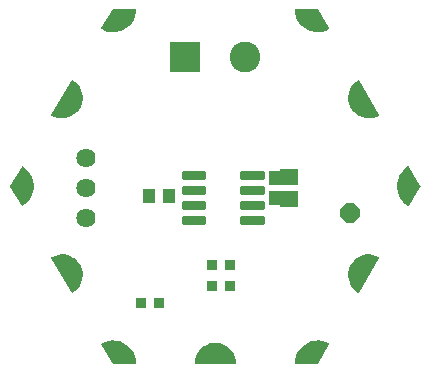
<source format=gbr>
G04 EAGLE Gerber RS-274X export*
G75*
%MOMM*%
%FSLAX34Y34*%
%LPD*%
%INSoldermask Top*%
%IPPOS*%
%AMOC8*
5,1,8,0,0,1.08239X$1,22.5*%
G01*
%ADD10C,1.101600*%
%ADD11R,1.601600X1.401600*%
%ADD12R,1.101600X1.201600*%
%ADD13R,2.601600X2.601600*%
%ADD14C,2.601600*%
%ADD15R,0.901600X0.901600*%
%ADD16P,1.759533X8X112.500000*%
%ADD17C,1.625600*%
%ADD18C,0.248975*%

G36*
X17029Y319D02*
X17029Y319D01*
X17058Y317D01*
X17125Y339D01*
X17195Y353D01*
X17219Y369D01*
X17247Y378D01*
X17300Y425D01*
X17359Y465D01*
X17375Y490D01*
X17397Y509D01*
X17428Y573D01*
X17466Y633D01*
X17471Y662D01*
X17483Y688D01*
X17492Y787D01*
X17499Y829D01*
X17496Y840D01*
X17498Y854D01*
X17266Y3652D01*
X17256Y3685D01*
X17252Y3733D01*
X16563Y6455D01*
X16548Y6486D01*
X16536Y6533D01*
X15408Y9104D01*
X15388Y9132D01*
X15369Y9177D01*
X13833Y11527D01*
X13809Y11552D01*
X13783Y11592D01*
X11881Y13658D01*
X11853Y13678D01*
X11820Y13714D01*
X9605Y15438D01*
X9574Y15454D01*
X9536Y15483D01*
X7066Y16820D01*
X7033Y16830D01*
X6991Y16853D01*
X5805Y17260D01*
X4351Y17759D01*
X4335Y17765D01*
X4301Y17769D01*
X4255Y17785D01*
X1486Y18247D01*
X1451Y18246D01*
X1404Y18254D01*
X-1404Y18254D01*
X-1438Y18247D01*
X-1486Y18247D01*
X-4255Y17785D01*
X-4288Y17772D01*
X-4335Y17765D01*
X-6991Y16853D01*
X-7021Y16835D01*
X-7066Y16820D01*
X-9536Y15483D01*
X-9562Y15461D01*
X-9605Y15438D01*
X-11820Y13714D01*
X-11843Y13687D01*
X-11881Y13658D01*
X-13783Y11592D01*
X-13801Y11563D01*
X-13833Y11527D01*
X-15369Y9177D01*
X-15382Y9144D01*
X-15408Y9104D01*
X-16536Y6533D01*
X-16543Y6499D01*
X-16546Y6493D01*
X-16552Y6484D01*
X-16553Y6478D01*
X-16563Y6455D01*
X-17252Y3733D01*
X-17254Y3698D01*
X-17266Y3652D01*
X-17498Y854D01*
X-17494Y825D01*
X-17499Y796D01*
X-17483Y727D01*
X-17474Y656D01*
X-17460Y631D01*
X-17453Y603D01*
X-17411Y545D01*
X-17376Y484D01*
X-17352Y466D01*
X-17335Y442D01*
X-17274Y406D01*
X-17217Y363D01*
X-17189Y356D01*
X-17164Y341D01*
X-17066Y324D01*
X-17025Y314D01*
X-17014Y316D01*
X-17000Y313D01*
X17000Y313D01*
X17029Y319D01*
G37*
G36*
X-121393Y60622D02*
X-121393Y60622D01*
X-121322Y60619D01*
X-121295Y60630D01*
X-121266Y60632D01*
X-121176Y60674D01*
X-121136Y60689D01*
X-121128Y60697D01*
X-121115Y60702D01*
X-118812Y62302D01*
X-118788Y62327D01*
X-118748Y62354D01*
X-116739Y64311D01*
X-116720Y64340D01*
X-116685Y64374D01*
X-115026Y66634D01*
X-115011Y66666D01*
X-114982Y66705D01*
X-113718Y69208D01*
X-113709Y69241D01*
X-113687Y69284D01*
X-112851Y71961D01*
X-112848Y71996D01*
X-112833Y72042D01*
X-112450Y74820D01*
X-112452Y74855D01*
X-112446Y74902D01*
X-112525Y77706D01*
X-112533Y77740D01*
X-112534Y77788D01*
X-113073Y80540D01*
X-113087Y80572D01*
X-113096Y80619D01*
X-114081Y83245D01*
X-114096Y83270D01*
X-114101Y83289D01*
X-114109Y83300D01*
X-114116Y83319D01*
X-115520Y85747D01*
X-115543Y85773D01*
X-115567Y85815D01*
X-117351Y87979D01*
X-117378Y88000D01*
X-117409Y88038D01*
X-119525Y89878D01*
X-119555Y89895D01*
X-119591Y89927D01*
X-121982Y91394D01*
X-122014Y91406D01*
X-122055Y91431D01*
X-124654Y92485D01*
X-124688Y92491D01*
X-124733Y92509D01*
X-127470Y93121D01*
X-127505Y93122D01*
X-127552Y93132D01*
X-130352Y93285D01*
X-130386Y93280D01*
X-130434Y93283D01*
X-133222Y92972D01*
X-133255Y92962D01*
X-133303Y92956D01*
X-136001Y92191D01*
X-136031Y92176D01*
X-136078Y92162D01*
X-138613Y90964D01*
X-138637Y90946D01*
X-138664Y90936D01*
X-138716Y90887D01*
X-138773Y90845D01*
X-138787Y90820D01*
X-138809Y90800D01*
X-138837Y90734D01*
X-138873Y90673D01*
X-138876Y90644D01*
X-138888Y90617D01*
X-138889Y90546D01*
X-138898Y90476D01*
X-138890Y90448D01*
X-138890Y90418D01*
X-138856Y90326D01*
X-138844Y90284D01*
X-138837Y90276D01*
X-138832Y90263D01*
X-121832Y60863D01*
X-121813Y60841D01*
X-121800Y60814D01*
X-121747Y60767D01*
X-121700Y60714D01*
X-121674Y60701D01*
X-121652Y60682D01*
X-121585Y60659D01*
X-121521Y60628D01*
X-121492Y60627D01*
X-121464Y60617D01*
X-121393Y60622D01*
G37*
G36*
X130386Y208345D02*
X130386Y208345D01*
X130434Y208343D01*
X133222Y208653D01*
X133255Y208663D01*
X133303Y208669D01*
X136001Y209434D01*
X136031Y209450D01*
X136078Y209463D01*
X138613Y210661D01*
X138637Y210679D01*
X138664Y210689D01*
X138716Y210738D01*
X138773Y210780D01*
X138787Y210805D01*
X138809Y210825D01*
X138837Y210891D01*
X138873Y210952D01*
X138876Y210981D01*
X138888Y211008D01*
X138889Y211079D01*
X138898Y211149D01*
X138890Y211177D01*
X138890Y211207D01*
X138856Y211299D01*
X138844Y211341D01*
X138837Y211350D01*
X138832Y211362D01*
X121832Y240762D01*
X121813Y240784D01*
X121800Y240811D01*
X121747Y240858D01*
X121700Y240911D01*
X121674Y240924D01*
X121652Y240943D01*
X121585Y240966D01*
X121521Y240997D01*
X121492Y240998D01*
X121464Y241008D01*
X121393Y241003D01*
X121322Y241006D01*
X121295Y240995D01*
X121266Y240993D01*
X121176Y240951D01*
X121136Y240936D01*
X121128Y240929D01*
X121115Y240923D01*
X118812Y239323D01*
X118788Y239298D01*
X118748Y239271D01*
X116739Y237314D01*
X116720Y237285D01*
X116685Y237251D01*
X115026Y234991D01*
X115011Y234959D01*
X114982Y234920D01*
X113718Y232417D01*
X113709Y232384D01*
X113687Y232341D01*
X112851Y229664D01*
X112848Y229629D01*
X112833Y229583D01*
X112450Y226805D01*
X112452Y226770D01*
X112446Y226723D01*
X112525Y223919D01*
X112533Y223885D01*
X112534Y223837D01*
X113073Y221085D01*
X113087Y221053D01*
X113096Y221006D01*
X114081Y218380D01*
X114099Y218351D01*
X114116Y218306D01*
X115520Y215878D01*
X115543Y215852D01*
X115567Y215810D01*
X117351Y213646D01*
X117378Y213625D01*
X117409Y213587D01*
X119525Y211747D01*
X119555Y211730D01*
X119591Y211698D01*
X121982Y210231D01*
X122014Y210219D01*
X122055Y210194D01*
X124654Y209140D01*
X124688Y209134D01*
X124733Y209116D01*
X127470Y208504D01*
X127505Y208503D01*
X127552Y208493D01*
X130352Y208340D01*
X130386Y208345D01*
G37*
G36*
X121426Y60623D02*
X121426Y60623D01*
X121497Y60623D01*
X121524Y60634D01*
X121553Y60637D01*
X121615Y60672D01*
X121680Y60699D01*
X121701Y60720D01*
X121726Y60734D01*
X121789Y60811D01*
X121819Y60841D01*
X121823Y60852D01*
X121832Y60863D01*
X138832Y90263D01*
X138841Y90290D01*
X138858Y90314D01*
X138873Y90384D01*
X138895Y90451D01*
X138893Y90480D01*
X138899Y90509D01*
X138886Y90579D01*
X138880Y90649D01*
X138867Y90675D01*
X138861Y90704D01*
X138821Y90763D01*
X138789Y90826D01*
X138766Y90845D01*
X138750Y90869D01*
X138668Y90926D01*
X138635Y90953D01*
X138625Y90956D01*
X138613Y90964D01*
X136078Y92162D01*
X136044Y92171D01*
X136001Y92191D01*
X133303Y92956D01*
X133268Y92959D01*
X133222Y92972D01*
X130434Y93283D01*
X130400Y93279D01*
X130352Y93285D01*
X127552Y93132D01*
X127518Y93123D01*
X127470Y93121D01*
X124733Y92509D01*
X124701Y92495D01*
X124654Y92485D01*
X122055Y91431D01*
X122026Y91412D01*
X121982Y91394D01*
X119591Y89927D01*
X119566Y89903D01*
X119525Y89878D01*
X117409Y88038D01*
X117388Y88010D01*
X117351Y87979D01*
X115567Y85815D01*
X115551Y85784D01*
X115520Y85747D01*
X114116Y83319D01*
X114105Y83287D01*
X114098Y83274D01*
X114088Y83259D01*
X114088Y83257D01*
X114081Y83245D01*
X113096Y80619D01*
X113090Y80585D01*
X113073Y80540D01*
X112534Y77788D01*
X112534Y77753D01*
X112525Y77706D01*
X112446Y74902D01*
X112452Y74868D01*
X112450Y74820D01*
X112833Y72042D01*
X112845Y72009D01*
X112851Y71961D01*
X113687Y69284D01*
X113704Y69254D01*
X113718Y69208D01*
X114982Y66705D01*
X115004Y66677D01*
X115026Y66634D01*
X116685Y64374D01*
X116711Y64350D01*
X116739Y64311D01*
X118748Y62354D01*
X118777Y62336D01*
X118812Y62302D01*
X121115Y60702D01*
X121142Y60691D01*
X121165Y60672D01*
X121233Y60652D01*
X121298Y60624D01*
X121327Y60624D01*
X121355Y60615D01*
X121426Y60623D01*
G37*
G36*
X-127552Y208493D02*
X-127552Y208493D01*
X-127518Y208502D01*
X-127470Y208504D01*
X-124733Y209116D01*
X-124701Y209130D01*
X-124654Y209140D01*
X-122055Y210194D01*
X-122026Y210213D01*
X-121982Y210231D01*
X-119591Y211698D01*
X-119566Y211722D01*
X-119525Y211747D01*
X-117409Y213587D01*
X-117388Y213615D01*
X-117351Y213646D01*
X-115567Y215810D01*
X-115551Y215841D01*
X-115520Y215878D01*
X-114116Y218306D01*
X-114105Y218338D01*
X-114081Y218380D01*
X-113096Y221006D01*
X-113090Y221040D01*
X-113073Y221085D01*
X-112534Y223837D01*
X-112534Y223872D01*
X-112525Y223919D01*
X-112446Y226723D01*
X-112452Y226757D01*
X-112450Y226805D01*
X-112833Y229583D01*
X-112845Y229616D01*
X-112851Y229664D01*
X-113687Y232341D01*
X-113704Y232371D01*
X-113718Y232417D01*
X-114982Y234920D01*
X-115004Y234948D01*
X-115026Y234991D01*
X-116685Y237251D01*
X-116711Y237275D01*
X-116739Y237314D01*
X-118748Y239271D01*
X-118777Y239289D01*
X-118812Y239323D01*
X-121115Y240923D01*
X-121142Y240934D01*
X-121165Y240953D01*
X-121233Y240973D01*
X-121298Y241001D01*
X-121327Y241001D01*
X-121355Y241010D01*
X-121426Y241002D01*
X-121497Y241002D01*
X-121524Y240991D01*
X-121553Y240988D01*
X-121615Y240953D01*
X-121680Y240926D01*
X-121701Y240905D01*
X-121726Y240891D01*
X-121789Y240814D01*
X-121819Y240784D01*
X-121823Y240773D01*
X-121832Y240762D01*
X-138832Y211362D01*
X-138841Y211335D01*
X-138858Y211311D01*
X-138873Y211241D01*
X-138895Y211174D01*
X-138893Y211145D01*
X-138899Y211116D01*
X-138886Y211046D01*
X-138880Y210976D01*
X-138867Y210950D01*
X-138861Y210921D01*
X-138821Y210862D01*
X-138789Y210799D01*
X-138766Y210780D01*
X-138750Y210756D01*
X-138668Y210699D01*
X-138635Y210672D01*
X-138625Y210669D01*
X-138613Y210661D01*
X-136078Y209463D01*
X-136044Y209454D01*
X-136001Y209434D01*
X-133303Y208669D01*
X-133268Y208666D01*
X-133222Y208653D01*
X-130434Y208343D01*
X-130400Y208346D01*
X-130352Y208340D01*
X-127552Y208493D01*
G37*
G36*
X163727Y133823D02*
X163727Y133823D01*
X163798Y133823D01*
X163825Y133834D01*
X163854Y133837D01*
X163916Y133873D01*
X163981Y133900D01*
X164002Y133921D01*
X164027Y133935D01*
X164090Y134012D01*
X164120Y134043D01*
X164124Y134053D01*
X164133Y134063D01*
X173633Y150563D01*
X173643Y150595D01*
X173652Y150608D01*
X173656Y150633D01*
X173657Y150636D01*
X173688Y150707D01*
X173688Y150730D01*
X173696Y150752D01*
X173690Y150829D01*
X173691Y150906D01*
X173681Y150930D01*
X173680Y150950D01*
X173659Y150990D01*
X173633Y151062D01*
X164133Y167562D01*
X164114Y167583D01*
X164101Y167610D01*
X164048Y167657D01*
X164001Y167711D01*
X163975Y167723D01*
X163954Y167743D01*
X163886Y167766D01*
X163822Y167797D01*
X163793Y167798D01*
X163766Y167807D01*
X163694Y167803D01*
X163623Y167806D01*
X163596Y167796D01*
X163567Y167794D01*
X163477Y167751D01*
X163437Y167737D01*
X163429Y167729D01*
X163416Y167723D01*
X160893Y165982D01*
X160869Y165957D01*
X160831Y165931D01*
X158619Y163807D01*
X158600Y163779D01*
X158566Y163747D01*
X156724Y161295D01*
X156710Y161265D01*
X156681Y161227D01*
X155256Y158512D01*
X155247Y158481D01*
X155231Y158456D01*
X155230Y158448D01*
X155225Y158439D01*
X154254Y155530D01*
X154250Y155496D01*
X154235Y155452D01*
X153743Y152426D01*
X153744Y152392D01*
X153736Y152346D01*
X153736Y149279D01*
X153737Y149276D01*
X153737Y149273D01*
X153743Y149247D01*
X153743Y149246D01*
X153743Y149199D01*
X154235Y146173D01*
X154247Y146141D01*
X154254Y146095D01*
X155225Y143186D01*
X155242Y143157D01*
X155256Y143113D01*
X156681Y140398D01*
X156703Y140371D01*
X156724Y140330D01*
X158566Y137878D01*
X158591Y137856D01*
X158619Y137818D01*
X160831Y135694D01*
X160859Y135676D01*
X160893Y135643D01*
X163416Y133902D01*
X163443Y133890D01*
X163465Y133872D01*
X163534Y133852D01*
X163599Y133824D01*
X163628Y133823D01*
X163656Y133815D01*
X163727Y133823D01*
G37*
G36*
X-163694Y133822D02*
X-163694Y133822D01*
X-163623Y133819D01*
X-163596Y133829D01*
X-163567Y133831D01*
X-163477Y133874D01*
X-163437Y133888D01*
X-163429Y133896D01*
X-163416Y133902D01*
X-160893Y135643D01*
X-160869Y135668D01*
X-160831Y135694D01*
X-158619Y137818D01*
X-158600Y137846D01*
X-158566Y137878D01*
X-156724Y140330D01*
X-156710Y140360D01*
X-156681Y140398D01*
X-155256Y143113D01*
X-155247Y143145D01*
X-155225Y143186D01*
X-154254Y146095D01*
X-154250Y146129D01*
X-154235Y146173D01*
X-153743Y149199D01*
X-153744Y149233D01*
X-153736Y149279D01*
X-153736Y152346D01*
X-153743Y152379D01*
X-153743Y152426D01*
X-154235Y155452D01*
X-154247Y155484D01*
X-154254Y155530D01*
X-155225Y158439D01*
X-155238Y158462D01*
X-155244Y158486D01*
X-155251Y158495D01*
X-155256Y158512D01*
X-156681Y161227D01*
X-156703Y161254D01*
X-156724Y161295D01*
X-158566Y163747D01*
X-158591Y163769D01*
X-158619Y163807D01*
X-160831Y165931D01*
X-160859Y165949D01*
X-160893Y165982D01*
X-163416Y167723D01*
X-163443Y167735D01*
X-163465Y167753D01*
X-163534Y167774D01*
X-163599Y167801D01*
X-163628Y167802D01*
X-163656Y167810D01*
X-163727Y167802D01*
X-163798Y167802D01*
X-163825Y167791D01*
X-163854Y167788D01*
X-163916Y167753D01*
X-163981Y167725D01*
X-164002Y167704D01*
X-164027Y167690D01*
X-164090Y167613D01*
X-164120Y167582D01*
X-164124Y167572D01*
X-164133Y167562D01*
X-173633Y151062D01*
X-173657Y150989D01*
X-173688Y150918D01*
X-173688Y150895D01*
X-173696Y150873D01*
X-173690Y150796D01*
X-173691Y150719D01*
X-173681Y150695D01*
X-173680Y150675D01*
X-173659Y150635D01*
X-173640Y150583D01*
X-173639Y150578D01*
X-173637Y150576D01*
X-173633Y150563D01*
X-164133Y134063D01*
X-164114Y134042D01*
X-164101Y134015D01*
X-164048Y133968D01*
X-164001Y133914D01*
X-163975Y133902D01*
X-163954Y133882D01*
X-163886Y133859D01*
X-163822Y133828D01*
X-163793Y133827D01*
X-163766Y133818D01*
X-163694Y133822D01*
G37*
G36*
X86676Y329D02*
X86676Y329D01*
X86754Y337D01*
X86773Y348D01*
X86795Y353D01*
X86859Y397D01*
X86927Y435D01*
X86943Y454D01*
X86959Y465D01*
X86983Y503D01*
X87033Y563D01*
X96533Y17063D01*
X96542Y17091D01*
X96558Y17114D01*
X96573Y17184D01*
X96596Y17252D01*
X96593Y17281D01*
X96599Y17309D01*
X96586Y17379D01*
X96580Y17450D01*
X96567Y17476D01*
X96561Y17504D01*
X96521Y17563D01*
X96488Y17627D01*
X96466Y17645D01*
X96450Y17669D01*
X96367Y17726D01*
X96335Y17753D01*
X96324Y17756D01*
X96314Y17764D01*
X93548Y19072D01*
X93515Y19080D01*
X93472Y19101D01*
X90532Y19948D01*
X90498Y19951D01*
X90454Y19964D01*
X87416Y20330D01*
X87382Y20327D01*
X87335Y20333D01*
X84278Y20206D01*
X84245Y20198D01*
X84198Y20196D01*
X81201Y19580D01*
X81170Y19567D01*
X81124Y19558D01*
X78264Y18470D01*
X78236Y18451D01*
X78192Y18435D01*
X75544Y16902D01*
X75518Y16879D01*
X75478Y16856D01*
X73110Y14918D01*
X73088Y14892D01*
X73052Y14862D01*
X71025Y12570D01*
X71009Y12540D01*
X70977Y12505D01*
X69345Y9917D01*
X69333Y9886D01*
X69308Y9846D01*
X68112Y7030D01*
X68105Y6996D01*
X68102Y6990D01*
X68098Y6983D01*
X68097Y6978D01*
X68086Y6953D01*
X67358Y3982D01*
X67356Y3948D01*
X67345Y3902D01*
X67102Y852D01*
X67106Y824D01*
X67101Y796D01*
X67118Y726D01*
X67126Y655D01*
X67141Y630D01*
X67147Y603D01*
X67190Y545D01*
X67226Y482D01*
X67248Y465D01*
X67265Y442D01*
X67327Y406D01*
X67384Y362D01*
X67412Y355D01*
X67436Y341D01*
X67536Y324D01*
X67577Y314D01*
X67587Y315D01*
X67600Y313D01*
X86600Y313D01*
X86676Y329D01*
G37*
G36*
X87369Y281298D02*
X87369Y281298D01*
X87416Y281295D01*
X90454Y281661D01*
X90486Y281671D01*
X90532Y281677D01*
X93472Y282524D01*
X93502Y282540D01*
X93548Y282553D01*
X96314Y283861D01*
X96336Y283878D01*
X96363Y283888D01*
X96415Y283937D01*
X96473Y283980D01*
X96487Y284005D01*
X96508Y284025D01*
X96537Y284090D01*
X96573Y284152D01*
X96576Y284181D01*
X96588Y284207D01*
X96589Y284279D01*
X96598Y284349D01*
X96590Y284377D01*
X96591Y284406D01*
X96555Y284500D01*
X96544Y284541D01*
X96537Y284549D01*
X96533Y284562D01*
X87033Y301062D01*
X86981Y301120D01*
X86935Y301183D01*
X86916Y301194D01*
X86901Y301211D01*
X86831Y301244D01*
X86764Y301284D01*
X86740Y301288D01*
X86722Y301297D01*
X86677Y301299D01*
X86600Y301312D01*
X67600Y301312D01*
X67572Y301306D01*
X67544Y301309D01*
X67476Y301286D01*
X67405Y301272D01*
X67382Y301256D01*
X67355Y301247D01*
X67300Y301200D01*
X67241Y301160D01*
X67226Y301136D01*
X67205Y301117D01*
X67173Y301053D01*
X67134Y300992D01*
X67129Y300964D01*
X67117Y300939D01*
X67108Y300837D01*
X67101Y300796D01*
X67103Y300786D01*
X67102Y300773D01*
X67345Y297723D01*
X67354Y297690D01*
X67358Y297643D01*
X68086Y294672D01*
X68101Y294641D01*
X68112Y294595D01*
X69308Y291779D01*
X69327Y291751D01*
X69345Y291708D01*
X70977Y289120D01*
X71001Y289095D01*
X71025Y289055D01*
X73052Y286763D01*
X73079Y286742D01*
X73110Y286707D01*
X75478Y284769D01*
X75508Y284753D01*
X75544Y284723D01*
X78192Y283190D01*
X78224Y283179D01*
X78264Y283155D01*
X81124Y282067D01*
X81157Y282061D01*
X81201Y282045D01*
X84198Y281429D01*
X84232Y281429D01*
X84278Y281419D01*
X87335Y281292D01*
X87369Y281298D01*
G37*
G36*
X-67572Y319D02*
X-67572Y319D01*
X-67544Y316D01*
X-67476Y339D01*
X-67405Y353D01*
X-67382Y369D01*
X-67355Y378D01*
X-67300Y425D01*
X-67241Y465D01*
X-67226Y489D01*
X-67205Y508D01*
X-67173Y572D01*
X-67134Y633D01*
X-67129Y661D01*
X-67117Y686D01*
X-67108Y788D01*
X-67101Y829D01*
X-67103Y839D01*
X-67102Y852D01*
X-67345Y3902D01*
X-67354Y3935D01*
X-67358Y3982D01*
X-68086Y6953D01*
X-68101Y6984D01*
X-68112Y7030D01*
X-69308Y9846D01*
X-69327Y9874D01*
X-69345Y9917D01*
X-70977Y12505D01*
X-71001Y12530D01*
X-71025Y12570D01*
X-73052Y14862D01*
X-73079Y14883D01*
X-73110Y14918D01*
X-75478Y16856D01*
X-75508Y16872D01*
X-75544Y16902D01*
X-78192Y18435D01*
X-78224Y18446D01*
X-78264Y18470D01*
X-81124Y19558D01*
X-81157Y19564D01*
X-81201Y19580D01*
X-84198Y20196D01*
X-84232Y20196D01*
X-84278Y20206D01*
X-87335Y20333D01*
X-87369Y20327D01*
X-87416Y20330D01*
X-90454Y19964D01*
X-90486Y19954D01*
X-90532Y19948D01*
X-93472Y19101D01*
X-93502Y19085D01*
X-93548Y19072D01*
X-96314Y17764D01*
X-96336Y17747D01*
X-96363Y17737D01*
X-96415Y17688D01*
X-96473Y17645D01*
X-96487Y17620D01*
X-96508Y17600D01*
X-96537Y17535D01*
X-96573Y17473D01*
X-96576Y17445D01*
X-96588Y17418D01*
X-96589Y17346D01*
X-96598Y17276D01*
X-96590Y17248D01*
X-96591Y17219D01*
X-96555Y17125D01*
X-96544Y17084D01*
X-96537Y17076D01*
X-96533Y17063D01*
X-87033Y563D01*
X-86981Y505D01*
X-86935Y442D01*
X-86916Y431D01*
X-86901Y414D01*
X-86831Y381D01*
X-86764Y341D01*
X-86740Y337D01*
X-86722Y328D01*
X-86677Y326D01*
X-86600Y313D01*
X-67600Y313D01*
X-67572Y319D01*
G37*
G36*
X-84278Y281419D02*
X-84278Y281419D01*
X-84245Y281427D01*
X-84198Y281429D01*
X-81201Y282045D01*
X-81170Y282058D01*
X-81124Y282067D01*
X-78264Y283155D01*
X-78236Y283174D01*
X-78192Y283190D01*
X-75544Y284723D01*
X-75518Y284746D01*
X-75478Y284769D01*
X-73110Y286707D01*
X-73088Y286733D01*
X-73052Y286763D01*
X-71025Y289055D01*
X-71009Y289085D01*
X-70977Y289120D01*
X-69345Y291708D01*
X-69333Y291740D01*
X-69308Y291779D01*
X-68112Y294595D01*
X-68105Y294629D01*
X-68086Y294672D01*
X-67358Y297643D01*
X-67356Y297677D01*
X-67345Y297723D01*
X-67102Y300773D01*
X-67106Y300801D01*
X-67101Y300829D01*
X-67118Y300899D01*
X-67126Y300970D01*
X-67141Y300995D01*
X-67147Y301022D01*
X-67190Y301080D01*
X-67226Y301143D01*
X-67248Y301160D01*
X-67265Y301183D01*
X-67327Y301219D01*
X-67384Y301263D01*
X-67412Y301270D01*
X-67436Y301284D01*
X-67536Y301301D01*
X-67577Y301311D01*
X-67587Y301310D01*
X-67600Y301312D01*
X-86600Y301312D01*
X-86676Y301296D01*
X-86754Y301288D01*
X-86773Y301277D01*
X-86795Y301272D01*
X-86859Y301228D01*
X-86927Y301190D01*
X-86943Y301171D01*
X-86959Y301160D01*
X-86983Y301122D01*
X-87033Y301062D01*
X-96533Y284562D01*
X-96542Y284534D01*
X-96558Y284511D01*
X-96573Y284441D01*
X-96596Y284373D01*
X-96593Y284345D01*
X-96599Y284316D01*
X-96586Y284246D01*
X-96580Y284175D01*
X-96567Y284149D01*
X-96561Y284121D01*
X-96521Y284062D01*
X-96488Y283998D01*
X-96466Y283980D01*
X-96450Y283956D01*
X-96367Y283899D01*
X-96335Y283872D01*
X-96324Y283869D01*
X-96314Y283861D01*
X-93548Y282553D01*
X-93515Y282545D01*
X-93472Y282524D01*
X-90532Y281677D01*
X-90498Y281674D01*
X-90454Y281661D01*
X-87416Y281295D01*
X-87382Y281298D01*
X-87335Y281292D01*
X-84278Y281419D01*
G37*
D10*
X82600Y293913D03*
X165200Y150813D03*
X82600Y7713D03*
X-82600Y7713D03*
X-165200Y150813D03*
X-82600Y293913D03*
X123900Y222313D03*
X123900Y79313D03*
X0Y7713D03*
X-123900Y79313D03*
X-123900Y222313D03*
D11*
X61913Y158725D03*
X61913Y139725D03*
D12*
X50800Y157725D03*
X50800Y140725D03*
D13*
X-25400Y260350D03*
D14*
X25400Y260350D03*
D12*
X-39125Y142875D03*
X-56125Y142875D03*
D15*
X-63063Y52388D03*
X-48063Y52388D03*
D16*
X114300Y128588D03*
D17*
X-109538Y174625D03*
X-109538Y149225D03*
X-109538Y123825D03*
D15*
X-2738Y84138D03*
X12263Y84138D03*
X-2738Y66675D03*
X12263Y66675D03*
D18*
X-9287Y158125D02*
X-27513Y158125D01*
X-27513Y162551D01*
X-9287Y162551D01*
X-9287Y158125D01*
X-9287Y160490D02*
X-27513Y160490D01*
X-27513Y145425D02*
X-9287Y145425D01*
X-27513Y145425D02*
X-27513Y149851D01*
X-9287Y149851D01*
X-9287Y145425D01*
X-9287Y147790D02*
X-27513Y147790D01*
X-27513Y132725D02*
X-9287Y132725D01*
X-27513Y132725D02*
X-27513Y137151D01*
X-9287Y137151D01*
X-9287Y132725D01*
X-9287Y135090D02*
X-27513Y135090D01*
X-27513Y120025D02*
X-9287Y120025D01*
X-27513Y120025D02*
X-27513Y124451D01*
X-9287Y124451D01*
X-9287Y120025D01*
X-9287Y122390D02*
X-27513Y122390D01*
X21987Y120025D02*
X40213Y120025D01*
X21987Y120025D02*
X21987Y124451D01*
X40213Y124451D01*
X40213Y120025D01*
X40213Y122390D02*
X21987Y122390D01*
X21987Y132725D02*
X40213Y132725D01*
X21987Y132725D02*
X21987Y137151D01*
X40213Y137151D01*
X40213Y132725D01*
X40213Y135090D02*
X21987Y135090D01*
X21987Y145425D02*
X40213Y145425D01*
X21987Y145425D02*
X21987Y149851D01*
X40213Y149851D01*
X40213Y145425D01*
X40213Y147790D02*
X21987Y147790D01*
X21987Y158125D02*
X40213Y158125D01*
X21987Y158125D02*
X21987Y162551D01*
X40213Y162551D01*
X40213Y158125D01*
X40213Y160490D02*
X21987Y160490D01*
M02*

</source>
